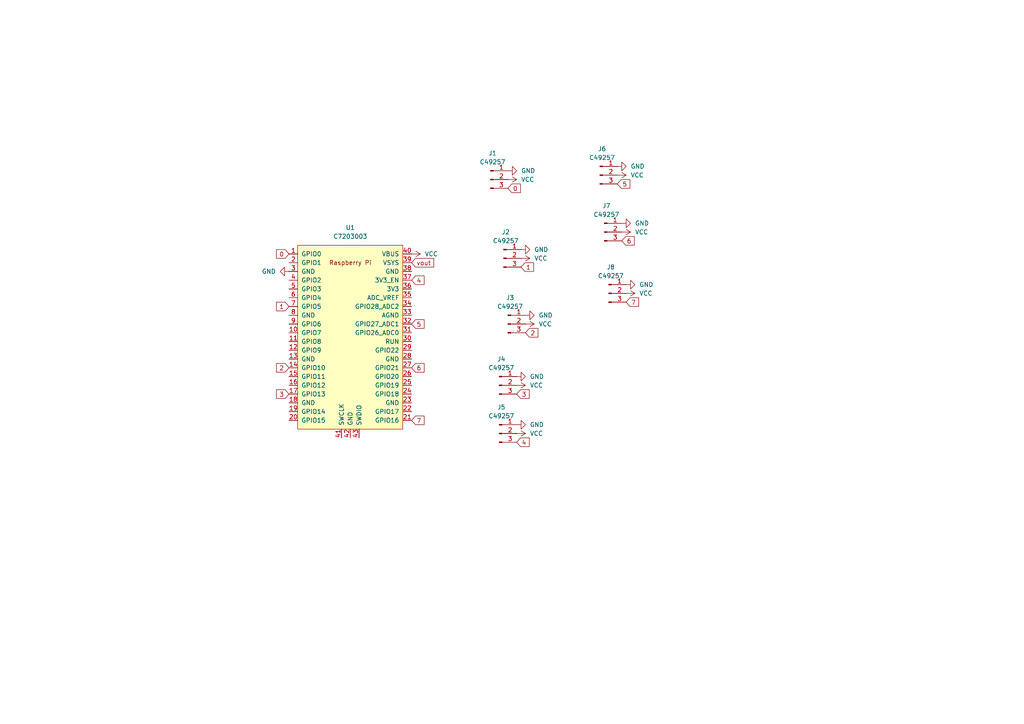
<source format=kicad_sch>
(kicad_sch (version 20231120) (generator "eeschema") (generator_version "8.0")
  (paper "A4")
  (lib_symbols
    (symbol "Connector:Conn_01x03_Pin" (pin_names (offset 1.016) hide)
      (property "Reference" "J" (at 0 5.08 0))
      (property "Value" "Conn_01x03_Pin" (at 0 -5.08 0))
      (symbol "Conn_01x03_Pin_1_1"
        (polyline (pts (xy 1.27 -2.54) (xy 0.8636 -2.54)) (stroke (width 0.1524)))
        (polyline (pts (xy 1.27 0) (xy 0.8636 0)) (stroke (width 0.1524)))
        (polyline (pts (xy 1.27 2.54) (xy 0.8636 2.54)) (stroke (width 0.1524)))
        (rectangle (start 0.8636 -2.413) (end 0 -2.667) (stroke (width 0.1524)) (fill (type outline)))
        (rectangle (start 0.8636 0.127) (end 0 -0.127) (stroke (width 0.1524)) (fill (type outline)))
        (rectangle (start 0.8636 2.667) (end 0 2.413) (stroke (width 0.1524)) (fill (type outline)))
        (pin passive line (at 5.08 2.54 180) (length 3.81) (name "Pin_1") (number "1"))
        (pin passive line (at 5.08 0 180) (length 3.81) (name "Pin_2") (number "2"))
        (pin passive line (at 5.08 -2.54 180) (length 3.81) (name "Pin_3") (number "3"))
      )
    )
    (symbol "RPi_Pico:PicoW" (pin_names (offset 1.016))
      (property "Reference" "U" (at -13.97 27.94 0))
      (property "Value" "PicoW" (at 0 19.05 0))
      (symbol "PicoW_0_0"
        (text "Raspberry Pi" (at 0 21.59 0) (effects (font (size 1.27 1.27))))
      )
      (symbol "PicoW_0_1"
        (rectangle (start -15.24 26.67) (end 15.24 -26.67) (fill (type background)))
      )
      (symbol "PicoW_1_1"
        (pin bidirectional line (at -17.78 24.13 0) (length 2.54) (name "GPIO0") (number "1"))
        (pin bidirectional line (at -17.78 1.27 0) (length 2.54) (name "GPIO7") (number "10"))
        (pin bidirectional line (at -17.78 -1.27 0) (length 2.54) (name "GPIO8") (number "11"))
        (pin bidirectional line (at -17.78 -3.81 0) (length 2.54) (name "GPIO9") (number "12"))
        (pin power_in line (at -17.78 -6.35 0) (length 2.54) (name "GND") (number "13"))
        (pin bidirectional line (at -17.78 -8.89 0) (length 2.54) (name "GPIO10") (number "14"))
        (pin bidirectional line (at -17.78 -11.43 0) (length 2.54) (name "GPIO11") (number "15"))
        (pin bidirectional line (at -17.78 -13.97 0) (length 2.54) (name "GPIO12") (number "16"))
        (pin bidirectional line (at -17.78 -16.51 0) (length 2.54) (name "GPIO13") (number "17"))
        (pin power_in line (at -17.78 -19.05 0) (length 2.54) (name "GND") (number "18"))
        (pin bidirectional line (at -17.78 -21.59 0) (length 2.54) (name "GPIO14") (number "19"))
        (pin bidirectional line (at -17.78 21.59 0) (length 2.54) (name "GPIO1") (number "2"))
        (pin bidirectional line (at -17.78 -24.13 0) (length 2.54) (name "GPIO15") (number "20"))
        (pin bidirectional line (at 17.78 -24.13 180) (length 2.54) (name "GPIO16") (number "21"))
        (pin bidirectional line (at 17.78 -21.59 180) (length 2.54) (name "GPIO17") (number "22"))
        (pin power_in line (at 17.78 -19.05 180) (length 2.54) (name "GND") (number "23"))
        (pin bidirectional line (at 17.78 -16.51 180) (length 2.54) (name "GPIO18") (number "24"))
        (pin bidirectional line (at 17.78 -13.97 180) (length 2.54) (name "GPIO19") (number "25"))
        (pin bidirectional line (at 17.78 -11.43 180) (length 2.54) (name "GPIO20") (number "26"))
        (pin bidirectional line (at 17.78 -8.89 180) (length 2.54) (name "GPIO21") (number "27"))
        (pin power_in line (at 17.78 -6.35 180) (length 2.54) (name "GND") (number "28"))
        (pin bidirectional line (at 17.78 -3.81 180) (length 2.54) (name "GPIO22") (number "29"))
        (pin power_in line (at -17.78 19.05 0) (length 2.54) (name "GND") (number "3"))
        (pin input line (at 17.78 -1.27 180) (length 2.54) (name "RUN") (number "30"))
        (pin bidirectional line (at 17.78 1.27 180) (length 2.54) (name "GPIO26_ADC0") (number "31"))
        (pin bidirectional line (at 17.78 3.81 180) (length 2.54) (name "GPIO27_ADC1") (number "32"))
        (pin power_in line (at 17.78 6.35 180) (length 2.54) (name "AGND") (number "33"))
        (pin bidirectional line (at 17.78 8.89 180) (length 2.54) (name "GPIO28_ADC2") (number "34"))
        (pin unspecified line (at 17.78 11.43 180) (length 2.54) (name "ADC_VREF") (number "35"))
        (pin unspecified line (at 17.78 13.97 180) (length 2.54) (name "3V3") (number "36"))
        (pin input line (at 17.78 16.51 180) (length 2.54) (name "3V3_EN") (number "37"))
        (pin bidirectional line (at 17.78 19.05 180) (length 2.54) (name "GND") (number "38"))
        (pin unspecified line (at 17.78 21.59 180) (length 2.54) (name "VSYS") (number "39"))
        (pin bidirectional line (at -17.78 16.51 0) (length 2.54) (name "GPIO2") (number "4"))
        (pin unspecified line (at 17.78 24.13 180) (length 2.54) (name "VBUS") (number "40"))
        (pin input line (at -2.54 -29.21 90) (length 2.54) (name "SWCLK") (number "41"))
        (pin power_in line (at 0 -29.21 90) (length 2.54) (name "GND") (number "42"))
        (pin bidirectional line (at 2.54 -29.21 90) (length 2.54) (name "SWDIO") (number "43"))
        (pin bidirectional line (at -17.78 13.97 0) (length 2.54) (name "GPIO3") (number "5"))
        (pin bidirectional line (at -17.78 11.43 0) (length 2.54) (name "GPIO4") (number "6"))
        (pin bidirectional line (at -17.78 8.89 0) (length 2.54) (name "GPIO5") (number "7"))
        (pin power_in line (at -17.78 6.35 0) (length 2.54) (name "GND") (number "8"))
        (pin bidirectional line (at -17.78 3.81 0) (length 2.54) (name "GPIO6") (number "9"))
      )
    )
    (symbol "power:GND" (power) (pin_numbers hide) (pin_names (offset 0) hide)
      (property "Value" "GND" (at 0 -3.81 0))
      (symbol "GND_0_1"
        (polyline (pts (xy 0 0) (xy 0 -1.27) (xy 1.27 -1.27) (xy 0 -2.54) (xy -1.27 -1.27) (xy 0 -1.27)))
      )
      (symbol "GND_1_1"
        (pin power_in line (at 0 0 270) (length 0) (name "~") (number "1"))
      )
    )
    (symbol "power:VCC" (power) (pin_numbers hide) (pin_names (offset 0) hide)
      (property "Value" "VCC" (at 0 3.556 0))
      (symbol "VCC_0_1"
        (polyline (pts (xy -0.762 1.27) (xy 0 2.54)))
        (polyline (pts (xy 0 0) (xy 0 2.54)))
        (polyline (pts (xy 0 2.54) (xy 0.762 1.27)))
      )
      (symbol "VCC_1_1"
        (pin power_in line (at 0 0 90) (length 0) (name "~") (number "1"))
      )
    )
  )
  (global_label "5" (shape input) (at 119.38 93.98 0) (property "Intersheetrefs" "${INTERSHEET_REFS}" (effects (hide yes))))
  (global_label "4" (shape input) (at 119.38 81.28 0) (property "Intersheetrefs" "${INTERSHEET_REFS}" (effects (hide yes))))
  (global_label "1" (shape input) (at 83.82 88.9 180) (property "Intersheetrefs" "${INTERSHEET_REFS}" (effects (hide yes))))
  (global_label "3" (shape input) (at 149.86 114.3 0) (property "Intersheetrefs" "${INTERSHEET_REFS}" (effects (hide yes))))
  (global_label "1" (shape input) (at 151.13 77.47 0) (property "Intersheetrefs" "${INTERSHEET_REFS}" (effects (hide yes))))
  (global_label "0" (shape input) (at 83.82 73.66 180) (property "Intersheetrefs" "${INTERSHEET_REFS}" (effects (hide yes))))
  (global_label "7" (shape input) (at 119.38 121.92 0) (property "Intersheetrefs" "${INTERSHEET_REFS}" (effects (hide yes))))
  (global_label "4" (shape input) (at 149.86 128.27 0) (property "Intersheetrefs" "${INTERSHEET_REFS}" (effects (hide yes))))
  (global_label "6" (shape input) (at 119.38 106.68 0) (property "Intersheetrefs" "${INTERSHEET_REFS}" (effects (hide yes))))
  (global_label "5" (shape input) (at 179.07 53.34 0) (property "Intersheetrefs" "${INTERSHEET_REFS}" (effects (hide yes))))
  (global_label "7" (shape input) (at 181.61 87.63 0) (property "Intersheetrefs" "${INTERSHEET_REFS}" (effects (hide yes))))
  (global_label "0" (shape input) (at 147.32 54.61 0) (property "Intersheetrefs" "${INTERSHEET_REFS}" (effects (hide yes))))
  (global_label "6" (shape input) (at 180.34 69.85 0) (property "Intersheetrefs" "${INTERSHEET_REFS}" (effects (hide yes))))
  (global_label "3" (shape input) (at 83.82 114.3 180) (property "Intersheetrefs" "${INTERSHEET_REFS}" (effects (hide yes))))
  (global_label "2" (shape input) (at 83.82 106.68 180) (property "Intersheetrefs" "${INTERSHEET_REFS}" (effects (hide yes))))
  (global_label "2" (shape input) (at 152.4 96.52 0) (property "Intersheetrefs" "${INTERSHEET_REFS}" (effects (hide yes))))
  (global_label "vout" (shape input) (at 119.38 76.2 0) (property "Intersheetrefs" "${INTERSHEET_REFS}" (effects (hide yes))))
  (symbol (lib_id "power:VCC") (at 147.32 52.07 270) (unit 1)
    (property "Reference" "#PWR02" (effects (hide yes)))
    (property "Value" "VCC" (at 151.13 52.0699 90) (effects (justify left)))
    (property "Description" "Power symbol creates a global label with name \"VCC\"" (effects (hide yes)))
  )
  (symbol (lib_id "Connector:Conn_01x03_Pin") (at 147.32 93.98 0) (unit 1)
    (property "Reference" "J3" (at 147.955 86.36 0))
    (property "Value" "C49257" (at 147.955 88.9 0))
    (property "Footprint" "Connector_PinHeader_2.54mm:PinHeader_1x03_P2.54mm_Vertical" (effects (hide yes)))
    (property "Description" "Generic connector, single row, 01x03, script generated" (effects (hide yes)))
  )
  (symbol (lib_id "power:GND") (at 152.4 91.44 90) (unit 1)
    (property "Reference" "#PWR05" (effects (hide yes)))
    (property "Value" "GND" (at 156.21 91.4399 90) (effects (justify right)))
    (property "Description" "Power symbol creates a global label with name \"GND\" , ground" (effects (hide yes)))
  )
  (symbol (lib_id "Connector:Conn_01x03_Pin") (at 173.99 50.8 0) (unit 1)
    (property "Reference" "J6" (at 174.625 43.18 0))
    (property "Value" "C49257" (at 174.625 45.72 0))
    (property "Footprint" "Connector_PinHeader_2.54mm:PinHeader_1x03_P2.54mm_Vertical" (effects (hide yes)))
    (property "Description" "Generic connector, single row, 01x03, script generated" (effects (hide yes)))
  )
  (symbol (lib_id "power:VCC") (at 149.86 125.73 270) (unit 1)
    (property "Reference" "#PWR010" (effects (hide yes)))
    (property "Value" "VCC" (at 153.67 125.7299 90) (effects (justify left)))
    (property "Description" "Power symbol creates a global label with name \"VCC\"" (effects (hide yes)))
  )
  (symbol (lib_id "Connector:Conn_01x03_Pin") (at 146.05 74.93 0) (unit 1)
    (property "Reference" "J2" (at 146.685 67.31 0))
    (property "Value" "C49257" (at 146.685 69.85 0))
    (property "Footprint" "Connector_PinHeader_2.54mm:PinHeader_1x03_P2.54mm_Vertical" (effects (hide yes)))
    (property "Description" "Generic connector, single row, 01x03, script generated" (effects (hide yes)))
  )
  (symbol (lib_id "Connector:Conn_01x03_Pin") (at 144.78 125.73 0) (unit 1)
    (property "Reference" "J5" (at 145.415 118.11 0))
    (property "Value" "C49257" (at 145.415 120.65 0))
    (property "Footprint" "Connector_PinHeader_2.54mm:PinHeader_1x03_P2.54mm_Vertical" (effects (hide yes)))
    (property "Description" "Generic connector, single row, 01x03, script generated" (effects (hide yes)))
  )
  (symbol (lib_id "power:GND") (at 149.86 109.22 90) (unit 1)
    (property "Reference" "#PWR07" (effects (hide yes)))
    (property "Value" "GND" (at 153.67 109.2199 90) (effects (justify right)))
    (property "Description" "Power symbol creates a global label with name \"GND\" , ground" (effects (hide yes)))
  )
  (symbol (lib_id "power:GND") (at 147.32 49.53 90) (unit 1)
    (property "Reference" "#PWR01" (effects (hide yes)))
    (property "Value" "GND" (at 151.13 49.5299 90) (effects (justify right)))
    (property "Description" "Power symbol creates a global label with name \"GND\" , ground" (effects (hide yes)))
  )
  (symbol (lib_id "power:VCC") (at 119.38 73.66 270) (unit 1)
    (property "Reference" "#PWR019" (effects (hide yes)))
    (property "Value" "VCC" (at 123.19 73.6599 90) (effects (justify left)))
    (property "Description" "Power symbol creates a global label with name \"VCC\"" (effects (hide yes)))
  )
  (symbol (lib_id "power:VCC") (at 149.86 111.76 270) (unit 1)
    (property "Reference" "#PWR08" (effects (hide yes)))
    (property "Value" "VCC" (at 153.67 111.7599 90) (effects (justify left)))
    (property "Description" "Power symbol creates a global label with name \"VCC\"" (effects (hide yes)))
  )
  (symbol (lib_id "Connector:Conn_01x03_Pin") (at 175.26 67.31 0) (unit 1)
    (property "Reference" "J7" (at 175.895 59.69 0))
    (property "Value" "C49257" (at 175.895 62.23 0))
    (property "Footprint" "Connector_PinHeader_2.54mm:PinHeader_1x03_P2.54mm_Vertical" (effects (hide yes)))
    (property "Description" "Generic connector, single row, 01x03, script generated" (effects (hide yes)))
  )
  (symbol (lib_id "power:GND") (at 149.86 123.19 90) (unit 1)
    (property "Reference" "#PWR09" (effects (hide yes)))
    (property "Value" "GND" (at 153.67 123.1899 90) (effects (justify right)))
    (property "Description" "Power symbol creates a global label with name \"GND\" , ground" (effects (hide yes)))
  )
  (symbol (lib_id "power:VCC") (at 151.13 74.93 270) (unit 1)
    (property "Reference" "#PWR04" (effects (hide yes)))
    (property "Value" "VCC" (at 154.94 74.9299 90) (effects (justify left)))
    (property "Description" "Power symbol creates a global label with name \"VCC\"" (effects (hide yes)))
  )
  (symbol (lib_id "power:GND") (at 83.82 78.74 270) (unit 1)
    (property "Reference" "#PWR017" (effects (hide yes)))
    (property "Value" "GND" (at 80.01 78.7399 90) (effects (justify right)))
    (property "Description" "Power symbol creates a global label with name \"GND\" , ground" (effects (hide yes)))
  )
  (symbol (lib_id "power:GND") (at 180.34 64.77 90) (unit 1)
    (property "Reference" "#PWR013" (effects (hide yes)))
    (property "Value" "GND" (at 184.15 64.7699 90) (effects (justify right)))
    (property "Description" "Power symbol creates a global label with name \"GND\" , ground" (effects (hide yes)))
  )
  (symbol (lib_id "power:GND") (at 181.61 82.55 90) (unit 1)
    (property "Reference" "#PWR015" (effects (hide yes)))
    (property "Value" "GND" (at 185.42 82.5499 90) (effects (justify right)))
    (property "Description" "Power symbol creates a global label with name \"GND\" , ground" (effects (hide yes)))
  )
  (symbol (lib_id "Connector:Conn_01x03_Pin") (at 144.78 111.76 0) (unit 1)
    (property "Reference" "J4" (at 145.415 104.14 0))
    (property "Value" "C49257" (at 145.415 106.68 0))
    (property "Footprint" "Connector_PinHeader_2.54mm:PinHeader_1x03_P2.54mm_Vertical" (effects (hide yes)))
    (property "Description" "Generic connector, single row, 01x03, script generated" (effects (hide yes)))
  )
  (symbol (lib_id "power:VCC") (at 152.4 93.98 270) (unit 1)
    (property "Reference" "#PWR06" (effects (hide yes)))
    (property "Value" "VCC" (at 156.21 93.9799 90) (effects (justify left)))
    (property "Description" "Power symbol creates a global label with name \"VCC\"" (effects (hide yes)))
  )
  (symbol (lib_id "power:GND") (at 151.13 72.39 90) (unit 1)
    (property "Reference" "#PWR03" (effects (hide yes)))
    (property "Value" "GND" (at 154.94 72.3899 90) (effects (justify right)))
    (property "Description" "Power symbol creates a global label with name \"GND\" , ground" (effects (hide yes)))
  )
  (symbol (lib_id "power:VCC") (at 180.34 67.31 270) (unit 1)
    (property "Reference" "#PWR014" (effects (hide yes)))
    (property "Value" "VCC" (at 184.15 67.3099 90) (effects (justify left)))
    (property "Description" "Power symbol creates a global label with name \"VCC\"" (effects (hide yes)))
  )
  (symbol (lib_id "power:VCC") (at 179.07 50.8 270) (unit 1)
    (property "Reference" "#PWR012" (effects (hide yes)))
    (property "Value" "VCC" (at 182.88 50.7999 90) (effects (justify left)))
    (property "Description" "Power symbol creates a global label with name \"VCC\"" (effects (hide yes)))
  )
  (symbol (lib_id "RPi_Pico:PicoW") (at 101.6 97.79 0) (unit 1)
    (property "Reference" "U1" (at 101.6 66.04 0))
    (property "Value" "C7203003" (at 101.6 68.58 0))
    (property "Footprint" "RPi_Pico:RPi_PicoW_SMD_TH" (effects (hide yes)))
  )
  (symbol (lib_id "power:VCC") (at 181.61 85.09 270) (unit 1)
    (property "Reference" "#PWR016" (effects (hide yes)))
    (property "Value" "VCC" (at 185.42 85.0899 90) (effects (justify left)))
    (property "Description" "Power symbol creates a global label with name \"VCC\"" (effects (hide yes)))
  )
  (symbol (lib_id "power:GND") (at 179.07 48.26 90) (unit 1)
    (property "Reference" "#PWR011" (effects (hide yes)))
    (property "Value" "GND" (at 182.88 48.2599 90) (effects (justify right)))
    (property "Description" "Power symbol creates a global label with name \"GND\" , ground" (effects (hide yes)))
  )
  (symbol (lib_id "Connector:Conn_01x03_Pin") (at 142.24 52.07 0) (unit 1)
    (property "Reference" "J1" (at 142.875 44.45 0))
    (property "Value" "C49257" (at 142.875 46.99 0))
    (property "Footprint" "Connector_PinHeader_2.54mm:PinHeader_1x03_P2.54mm_Vertical" (effects (hide yes)))
    (property "Description" "Generic connector, single row, 01x03, script generated" (effects (hide yes)))
  )
  (symbol (lib_id "Connector:Conn_01x03_Pin") (at 176.53 85.09 0) (unit 1)
    (property "Reference" "J8" (at 177.165 77.47 0))
    (property "Value" "C49257" (at 177.165 80.01 0))
    (property "Footprint" "Connector_PinHeader_2.54mm:PinHeader_1x03_P2.54mm_Vertical" (effects (hide yes)))
    (property "Description" "Generic connector, single row, 01x03, script generated" (effects (hide yes)))
  )
)
</source>
